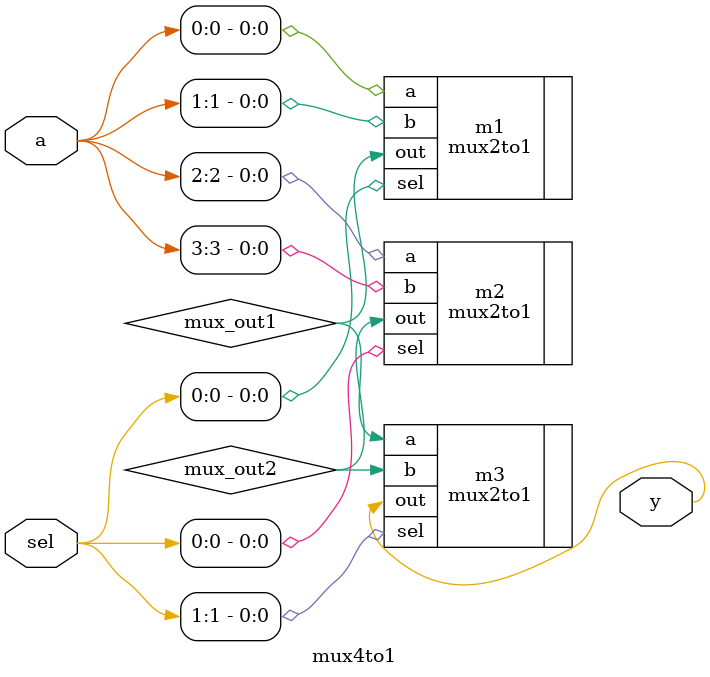
<source format=v>
`timescale 1ns / 1ps
module mux4to1 (
  input  wire [3:0] a,    // 4 inputs
  input  wire [1:0] sel,  // 2-bit select line
  output wire y           // Output
);

  wire mux_out1, mux_out2;

  // First stage of multiplexers
  mux2to1 m1 (.a(a[0]), .b(a[1]), .sel(sel[0]), .out(mux_out1));
  mux2to1 m2 (.a(a[2]), .b(a[3]), .sel(sel[0]), .out(mux_out2));

  // Second stage of multiplexer
  mux2to1 m3 (.a(mux_out1), .b(mux_out2), .sel(sel[1]), .out(y));

endmodule

</source>
